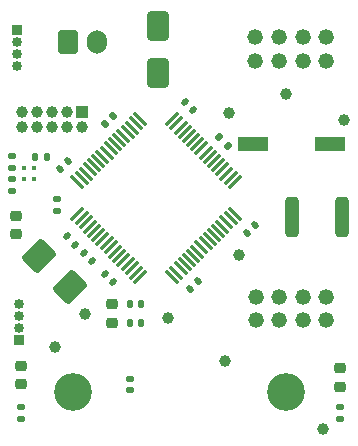
<source format=gbr>
%TF.GenerationSoftware,KiCad,Pcbnew,9.0.2*%
%TF.CreationDate,2025-07-07T17:27:58-04:00*%
%TF.ProjectId,Cain_V1.0,4361696e-5f56-4312-9e30-2e6b69636164,rev?*%
%TF.SameCoordinates,Original*%
%TF.FileFunction,Soldermask,Top*%
%TF.FilePolarity,Negative*%
%FSLAX46Y46*%
G04 Gerber Fmt 4.6, Leading zero omitted, Abs format (unit mm)*
G04 Created by KiCad (PCBNEW 9.0.2) date 2025-07-07 17:27:58*
%MOMM*%
%LPD*%
G01*
G04 APERTURE LIST*
G04 Aperture macros list*
%AMRoundRect*
0 Rectangle with rounded corners*
0 $1 Rounding radius*
0 $2 $3 $4 $5 $6 $7 $8 $9 X,Y pos of 4 corners*
0 Add a 4 corners polygon primitive as box body*
4,1,4,$2,$3,$4,$5,$6,$7,$8,$9,$2,$3,0*
0 Add four circle primitives for the rounded corners*
1,1,$1+$1,$2,$3*
1,1,$1+$1,$4,$5*
1,1,$1+$1,$6,$7*
1,1,$1+$1,$8,$9*
0 Add four rect primitives between the rounded corners*
20,1,$1+$1,$2,$3,$4,$5,0*
20,1,$1+$1,$4,$5,$6,$7,0*
20,1,$1+$1,$6,$7,$8,$9,0*
20,1,$1+$1,$8,$9,$2,$3,0*%
G04 Aperture macros list end*
%ADD10RoundRect,0.218750X0.256250X-0.218750X0.256250X0.218750X-0.256250X0.218750X-0.256250X-0.218750X0*%
%ADD11RoundRect,0.250000X-1.202082X-0.141421X-0.141421X-1.202082X1.202082X0.141421X0.141421X1.202082X0*%
%ADD12RoundRect,0.218750X-0.256250X0.218750X-0.256250X-0.218750X0.256250X-0.218750X0.256250X0.218750X0*%
%ADD13C,1.000000*%
%ADD14RoundRect,0.140000X-0.219203X-0.021213X-0.021213X-0.219203X0.219203X0.021213X0.021213X0.219203X0*%
%ADD15RoundRect,0.135000X-0.185000X0.135000X-0.185000X-0.135000X0.185000X-0.135000X0.185000X0.135000X0*%
%ADD16RoundRect,0.075000X-0.441942X-0.548008X0.548008X0.441942X0.441942X0.548008X-0.548008X-0.441942X0*%
%ADD17RoundRect,0.075000X0.441942X-0.548008X0.548008X-0.441942X-0.441942X0.548008X-0.548008X0.441942X0*%
%ADD18C,3.200000*%
%ADD19RoundRect,0.135000X-0.135000X-0.185000X0.135000X-0.185000X0.135000X0.185000X-0.135000X0.185000X0*%
%ADD20C,1.320800*%
%ADD21RoundRect,0.250000X-0.312500X-1.450000X0.312500X-1.450000X0.312500X1.450000X-0.312500X1.450000X0*%
%ADD22R,1.000000X1.000000*%
%ADD23RoundRect,0.135000X0.185000X-0.135000X0.185000X0.135000X-0.185000X0.135000X-0.185000X-0.135000X0*%
%ADD24R,0.850000X0.850000*%
%ADD25C,0.850000*%
%ADD26RoundRect,0.140000X-0.140000X-0.170000X0.140000X-0.170000X0.140000X0.170000X-0.140000X0.170000X0*%
%ADD27RoundRect,0.135000X0.035355X-0.226274X0.226274X-0.035355X-0.035355X0.226274X-0.226274X0.035355X0*%
%ADD28R,2.500000X1.270000*%
%ADD29RoundRect,0.140000X-0.021213X0.219203X-0.219203X0.021213X0.021213X-0.219203X0.219203X-0.021213X0*%
%ADD30RoundRect,0.135000X0.226274X0.035355X0.035355X0.226274X-0.226274X-0.035355X-0.035355X-0.226274X0*%
%ADD31RoundRect,0.250000X-0.650000X1.000000X-0.650000X-1.000000X0.650000X-1.000000X0.650000X1.000000X0*%
%ADD32RoundRect,0.250000X-0.600000X-0.750000X0.600000X-0.750000X0.600000X0.750000X-0.600000X0.750000X0*%
%ADD33O,1.700000X2.000000*%
%ADD34RoundRect,0.140000X0.219203X0.021213X0.021213X0.219203X-0.219203X-0.021213X-0.021213X-0.219203X0*%
%ADD35R,0.450000X0.450000*%
%ADD36RoundRect,0.140000X0.170000X-0.140000X0.170000X0.140000X-0.170000X0.140000X-0.170000X-0.140000X0*%
%ADD37RoundRect,0.140000X0.021213X-0.219203X0.219203X-0.021213X-0.021213X0.219203X-0.219203X0.021213X0*%
G04 APERTURE END LIST*
D10*
%TO.C,D6*%
X166600000Y-113587500D03*
X166600000Y-112012500D03*
%TD*%
D11*
%TO.C,Y1*%
X141091852Y-102491852D03*
X143708148Y-105108148D03*
%TD*%
D12*
%TO.C,FB1*%
X147280000Y-106600000D03*
X147280000Y-108175000D03*
%TD*%
D13*
%TO.C,TP8*%
X157200000Y-90400000D03*
%TD*%
D14*
%TO.C,C11*%
X144860589Y-102260589D03*
X145539411Y-102939411D03*
%TD*%
D13*
%TO.C,TP7*%
X145000000Y-107400000D03*
%TD*%
D15*
%TO.C,R13*%
X166600000Y-115290000D03*
X166600000Y-116310000D03*
%TD*%
D16*
%TO.C,U1*%
X144335519Y-98961181D03*
X144689072Y-99314734D03*
X145042625Y-99668287D03*
X145396179Y-100021841D03*
X145749732Y-100375394D03*
X146103286Y-100728948D03*
X146456839Y-101082501D03*
X146810392Y-101436054D03*
X147163946Y-101789608D03*
X147517499Y-102143161D03*
X147871052Y-102496714D03*
X148224606Y-102850268D03*
X148578159Y-103203821D03*
X148931713Y-103557375D03*
X149285266Y-103910928D03*
X149638819Y-104264481D03*
D17*
X152361181Y-104264481D03*
X152714734Y-103910928D03*
X153068287Y-103557375D03*
X153421841Y-103203821D03*
X153775394Y-102850268D03*
X154128948Y-102496714D03*
X154482501Y-102143161D03*
X154836054Y-101789608D03*
X155189608Y-101436054D03*
X155543161Y-101082501D03*
X155896714Y-100728948D03*
X156250268Y-100375394D03*
X156603821Y-100021841D03*
X156957375Y-99668287D03*
X157310928Y-99314734D03*
X157664481Y-98961181D03*
D16*
X157664481Y-96238819D03*
X157310928Y-95885266D03*
X156957375Y-95531713D03*
X156603821Y-95178159D03*
X156250268Y-94824606D03*
X155896714Y-94471052D03*
X155543161Y-94117499D03*
X155189608Y-93763946D03*
X154836054Y-93410392D03*
X154482501Y-93056839D03*
X154128948Y-92703286D03*
X153775394Y-92349732D03*
X153421841Y-91996179D03*
X153068287Y-91642625D03*
X152714734Y-91289072D03*
X152361181Y-90935519D03*
D17*
X149638819Y-90935519D03*
X149285266Y-91289072D03*
X148931713Y-91642625D03*
X148578159Y-91996179D03*
X148224606Y-92349732D03*
X147871052Y-92703286D03*
X147517499Y-93056839D03*
X147163946Y-93410392D03*
X146810392Y-93763946D03*
X146456839Y-94117499D03*
X146103286Y-94471052D03*
X145749732Y-94824606D03*
X145396179Y-95178159D03*
X145042625Y-95531713D03*
X144689072Y-95885266D03*
X144335519Y-96238819D03*
%TD*%
D18*
%TO.C,H1*%
X144000000Y-114000000D03*
%TD*%
D15*
%TO.C,R11*%
X138825000Y-96015000D03*
X138825000Y-97035000D03*
%TD*%
D13*
%TO.C,TP3*%
X162000000Y-88800000D03*
%TD*%
D10*
%TO.C,D7*%
X139100000Y-100687500D03*
X139100000Y-99112500D03*
%TD*%
D19*
%TO.C,R9*%
X140715000Y-94125000D03*
X141735000Y-94125000D03*
%TD*%
D18*
%TO.C,H2*%
X162000000Y-114000000D03*
%TD*%
D20*
%TO.C,J3*%
X159422500Y-105950000D03*
X159422500Y-107950001D03*
X161422499Y-105950000D03*
X161422499Y-107950001D03*
X163422500Y-105950000D03*
X163422500Y-107950001D03*
X165422498Y-105950000D03*
X165422498Y-107950001D03*
%TD*%
D21*
%TO.C,F2*%
X162462500Y-99200000D03*
X166737500Y-99200000D03*
%TD*%
D22*
%TO.C,J1*%
X144700000Y-90330000D03*
D13*
X144700000Y-91600000D03*
X143430000Y-90330000D03*
X143430000Y-91600000D03*
X142160000Y-90330000D03*
X142160000Y-91600000D03*
X140890000Y-90330000D03*
X140890000Y-91600000D03*
X139620000Y-90330000D03*
X139620000Y-91600000D03*
%TD*%
D10*
%TO.C,D3*%
X139600000Y-113387500D03*
X139600000Y-111812500D03*
%TD*%
D13*
%TO.C,TP1*%
X158000000Y-102400000D03*
%TD*%
D20*
%TO.C,J4*%
X165400000Y-86000000D03*
X165400000Y-83999999D03*
X163400001Y-86000000D03*
X163400001Y-83999999D03*
X161400000Y-86000000D03*
X161400000Y-83999999D03*
X159400002Y-86000000D03*
X159400002Y-83999999D03*
%TD*%
D23*
%TO.C,R10*%
X138825000Y-95035000D03*
X138825000Y-94015000D03*
%TD*%
D24*
%TO.C,J5*%
X139400000Y-109600000D03*
D25*
X139400000Y-108600000D03*
X139400000Y-107600000D03*
X139400000Y-106600000D03*
%TD*%
D26*
%TO.C,C8*%
X148800000Y-106600000D03*
X149760000Y-106600000D03*
%TD*%
D27*
%TO.C,R2*%
X146639376Y-91360624D03*
X147360624Y-90639376D03*
%TD*%
D28*
%TO.C,SW1*%
X159200000Y-93000000D03*
X165700000Y-93000000D03*
%TD*%
D29*
%TO.C,C3*%
X154539411Y-104660589D03*
X153860589Y-105339411D03*
%TD*%
D24*
%TO.C,J6*%
X139200000Y-83400000D03*
D25*
X139200000Y-84400000D03*
X139200000Y-85400000D03*
X139200000Y-86400000D03*
%TD*%
D29*
%TO.C,C2*%
X159339411Y-99860589D03*
X158660589Y-100539411D03*
%TD*%
D30*
%TO.C,R16*%
X157060624Y-93160624D03*
X156339376Y-92439376D03*
%TD*%
D31*
%TO.C,D2*%
X151200000Y-83000000D03*
X151200000Y-87000000D03*
%TD*%
D13*
%TO.C,TP4*%
X156800000Y-111400000D03*
%TD*%
%TO.C,TP9*%
X165150000Y-117200000D03*
%TD*%
%TO.C,TP5*%
X152000000Y-107800000D03*
%TD*%
D26*
%TO.C,C9*%
X148800000Y-108200000D03*
X149760000Y-108200000D03*
%TD*%
D13*
%TO.C,TP2*%
X166900000Y-91000000D03*
%TD*%
D32*
%TO.C,J2*%
X143500000Y-84385000D03*
D33*
X146000000Y-84385000D03*
%TD*%
D15*
%TO.C,R12*%
X139600000Y-115290000D03*
X139600000Y-116310000D03*
%TD*%
D34*
%TO.C,C10*%
X144139411Y-101539411D03*
X143460589Y-100860589D03*
%TD*%
D35*
%TO.C,D4*%
X140650000Y-96000000D03*
X140650000Y-95100000D03*
X139800000Y-96000000D03*
X139800000Y-95100000D03*
%TD*%
D34*
%TO.C,C7*%
X147339411Y-104739411D03*
X146660589Y-104060589D03*
%TD*%
D36*
%TO.C,C4*%
X142600000Y-98680000D03*
X142600000Y-97720000D03*
%TD*%
D37*
%TO.C,C5*%
X142860589Y-95139411D03*
X143539411Y-94460589D03*
%TD*%
D13*
%TO.C,TP6*%
X142400000Y-110200000D03*
%TD*%
D14*
%TO.C,C6*%
X153460589Y-89460589D03*
X154139411Y-90139411D03*
%TD*%
D36*
%TO.C,C17*%
X148800000Y-113880000D03*
X148800000Y-112920000D03*
%TD*%
M02*

</source>
